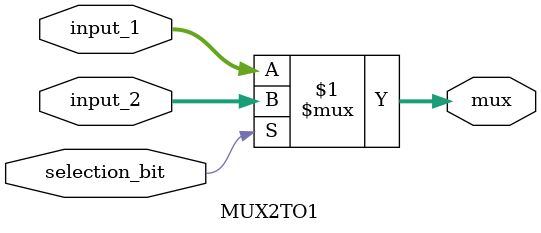
<source format=v>
`timescale 1ns / 1ps

module MUX2TO1 (
    input  wire [31:0]  input_1,
    input  wire [31:0]  input_2,
    input  wire         selection_bit,
    output wire [31:0]  mux
);

  assign mux = (selection_bit) ? input_2 : input_1;
endmodule
</source>
